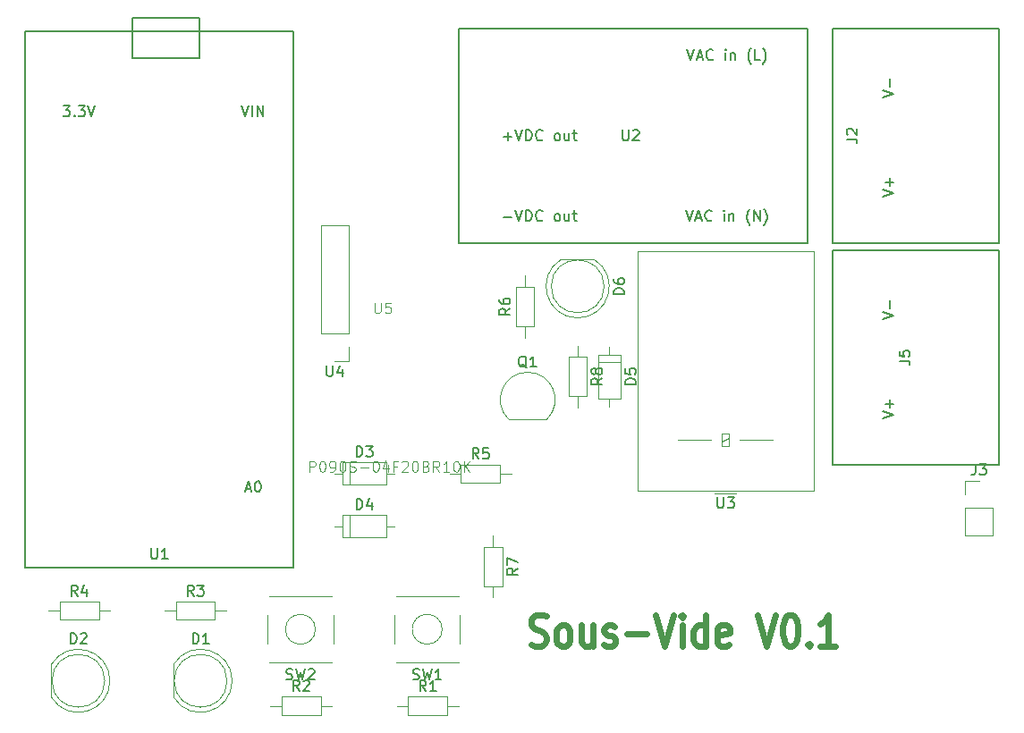
<source format=gto>
G04 #@! TF.FileFunction,Legend,Top*
%FSLAX46Y46*%
G04 Gerber Fmt 4.6, Leading zero omitted, Abs format (unit mm)*
G04 Created by KiCad (PCBNEW 4.0.7-e2-6376~58~ubuntu16.04.1) date Fri Dec 29 23:07:09 2017*
%MOMM*%
%LPD*%
G01*
G04 APERTURE LIST*
%ADD10C,0.100000*%
%ADD11C,0.625000*%
%ADD12C,0.120000*%
%ADD13C,0.150000*%
%ADD14C,0.050000*%
G04 APERTURE END LIST*
D10*
D11*
X155595238Y-96214286D02*
X155952381Y-96357143D01*
X156547619Y-96357143D01*
X156785715Y-96214286D01*
X156904762Y-96071429D01*
X157023810Y-95785714D01*
X157023810Y-95500000D01*
X156904762Y-95214286D01*
X156785715Y-95071429D01*
X156547619Y-94928571D01*
X156071429Y-94785714D01*
X155833334Y-94642857D01*
X155714286Y-94500000D01*
X155595238Y-94214286D01*
X155595238Y-93928571D01*
X155714286Y-93642857D01*
X155833334Y-93500000D01*
X156071429Y-93357143D01*
X156666667Y-93357143D01*
X157023810Y-93500000D01*
X158452381Y-96357143D02*
X158214286Y-96214286D01*
X158095238Y-96071429D01*
X157976190Y-95785714D01*
X157976190Y-94928571D01*
X158095238Y-94642857D01*
X158214286Y-94500000D01*
X158452381Y-94357143D01*
X158809524Y-94357143D01*
X159047619Y-94500000D01*
X159166667Y-94642857D01*
X159285714Y-94928571D01*
X159285714Y-95785714D01*
X159166667Y-96071429D01*
X159047619Y-96214286D01*
X158809524Y-96357143D01*
X158452381Y-96357143D01*
X161428572Y-94357143D02*
X161428572Y-96357143D01*
X160357143Y-94357143D02*
X160357143Y-95928571D01*
X160476191Y-96214286D01*
X160714286Y-96357143D01*
X161071429Y-96357143D01*
X161309524Y-96214286D01*
X161428572Y-96071429D01*
X162500000Y-96214286D02*
X162738096Y-96357143D01*
X163214286Y-96357143D01*
X163452381Y-96214286D01*
X163571429Y-95928571D01*
X163571429Y-95785714D01*
X163452381Y-95500000D01*
X163214286Y-95357143D01*
X162857143Y-95357143D01*
X162619048Y-95214286D01*
X162500000Y-94928571D01*
X162500000Y-94785714D01*
X162619048Y-94500000D01*
X162857143Y-94357143D01*
X163214286Y-94357143D01*
X163452381Y-94500000D01*
X164642858Y-95214286D02*
X166547620Y-95214286D01*
X167380953Y-93357143D02*
X168214287Y-96357143D01*
X169047620Y-93357143D01*
X169880953Y-96357143D02*
X169880953Y-94357143D01*
X169880953Y-93357143D02*
X169761905Y-93500000D01*
X169880953Y-93642857D01*
X170000001Y-93500000D01*
X169880953Y-93357143D01*
X169880953Y-93642857D01*
X172142858Y-96357143D02*
X172142858Y-93357143D01*
X172142858Y-96214286D02*
X171904762Y-96357143D01*
X171428572Y-96357143D01*
X171190477Y-96214286D01*
X171071429Y-96071429D01*
X170952381Y-95785714D01*
X170952381Y-94928571D01*
X171071429Y-94642857D01*
X171190477Y-94500000D01*
X171428572Y-94357143D01*
X171904762Y-94357143D01*
X172142858Y-94500000D01*
X174285715Y-96214286D02*
X174047620Y-96357143D01*
X173571429Y-96357143D01*
X173333334Y-96214286D01*
X173214286Y-95928571D01*
X173214286Y-94785714D01*
X173333334Y-94500000D01*
X173571429Y-94357143D01*
X174047620Y-94357143D01*
X174285715Y-94500000D01*
X174404763Y-94785714D01*
X174404763Y-95071429D01*
X173214286Y-95357143D01*
X177023810Y-93357143D02*
X177857144Y-96357143D01*
X178690477Y-93357143D01*
X180000001Y-93357143D02*
X180238096Y-93357143D01*
X180476191Y-93500000D01*
X180595239Y-93642857D01*
X180714286Y-93928571D01*
X180833334Y-94500000D01*
X180833334Y-95214286D01*
X180714286Y-95785714D01*
X180595239Y-96071429D01*
X180476191Y-96214286D01*
X180238096Y-96357143D01*
X180000001Y-96357143D01*
X179761905Y-96214286D01*
X179642858Y-96071429D01*
X179523810Y-95785714D01*
X179404762Y-95214286D01*
X179404762Y-94500000D01*
X179523810Y-93928571D01*
X179642858Y-93642857D01*
X179761905Y-93500000D01*
X180000001Y-93357143D01*
X181904762Y-96071429D02*
X182023810Y-96214286D01*
X181904762Y-96357143D01*
X181785714Y-96214286D01*
X181904762Y-96071429D01*
X181904762Y-96357143D01*
X184404762Y-96357143D02*
X182976190Y-96357143D01*
X183690476Y-96357143D02*
X183690476Y-93357143D01*
X183452381Y-93785714D01*
X183214286Y-94071429D01*
X182976190Y-94214286D01*
D12*
X165650000Y-58950000D02*
X165650000Y-81650000D01*
X165650000Y-81650000D02*
X182350000Y-81650000D01*
X182350000Y-81650000D02*
X182350000Y-58950000D01*
X182350000Y-58950000D02*
X165650000Y-58950000D01*
X174350000Y-76600000D02*
X173650000Y-77000000D01*
X173650000Y-76200000D02*
X173650000Y-77400000D01*
X173650000Y-77400000D02*
X174350000Y-77400000D01*
X174350000Y-77400000D02*
X174350000Y-76200000D01*
X174350000Y-76200000D02*
X173650000Y-76200000D01*
X175000000Y-81910000D02*
X173000000Y-81910000D01*
X178500000Y-76800000D02*
X175350000Y-76800000D01*
X172650000Y-76800000D02*
X169500000Y-76800000D01*
D13*
X124206000Y-36830000D02*
X117856000Y-36830000D01*
X117856000Y-36830000D02*
X117856000Y-40640000D01*
X117856000Y-40640000D02*
X124206000Y-40640000D01*
X124206000Y-40640000D02*
X124206000Y-38100000D01*
X124206000Y-38100000D02*
X124206000Y-36830000D01*
X133096000Y-88900000D02*
X133096000Y-38100000D01*
X133096000Y-38100000D02*
X107696000Y-38100000D01*
X107696000Y-38100000D02*
X107696000Y-88900000D01*
X107696000Y-88900000D02*
X133096000Y-88900000D01*
D12*
X127290000Y-99630462D02*
G75*
G03X121740000Y-98085170I-2990000J462D01*
G01*
X127290000Y-99629538D02*
G75*
G02X121740000Y-101174830I-2990000J-462D01*
G01*
X126800000Y-99630000D02*
G75*
G03X126800000Y-99630000I-2500000J0D01*
G01*
X121740000Y-98085000D02*
X121740000Y-101175000D01*
X115720000Y-99630462D02*
G75*
G03X110170000Y-98085170I-2990000J462D01*
G01*
X115720000Y-99629538D02*
G75*
G02X110170000Y-101174830I-2990000J-462D01*
G01*
X115230000Y-99630000D02*
G75*
G03X115230000Y-99630000I-2500000J0D01*
G01*
X110170000Y-98085000D02*
X110170000Y-101175000D01*
X137750000Y-78940000D02*
X137750000Y-81060000D01*
X137750000Y-81060000D02*
X141870000Y-81060000D01*
X141870000Y-81060000D02*
X141870000Y-78940000D01*
X141870000Y-78940000D02*
X137750000Y-78940000D01*
X136980000Y-80000000D02*
X137750000Y-80000000D01*
X142640000Y-80000000D02*
X141870000Y-80000000D01*
X138410000Y-78940000D02*
X138410000Y-81060000D01*
X137750000Y-83940000D02*
X137750000Y-86060000D01*
X137750000Y-86060000D02*
X141870000Y-86060000D01*
X141870000Y-86060000D02*
X141870000Y-83940000D01*
X141870000Y-83940000D02*
X137750000Y-83940000D01*
X136980000Y-85000000D02*
X137750000Y-85000000D01*
X142640000Y-85000000D02*
X141870000Y-85000000D01*
X138410000Y-83940000D02*
X138410000Y-86060000D01*
X164060000Y-68750000D02*
X161940000Y-68750000D01*
X161940000Y-68750000D02*
X161940000Y-72870000D01*
X161940000Y-72870000D02*
X164060000Y-72870000D01*
X164060000Y-72870000D02*
X164060000Y-68750000D01*
X163000000Y-67980000D02*
X163000000Y-68750000D01*
X163000000Y-73640000D02*
X163000000Y-72870000D01*
X164060000Y-69410000D02*
X161940000Y-69410000D01*
X159999538Y-65260000D02*
G75*
G03X161544830Y-59710000I462J2990000D01*
G01*
X160000462Y-65260000D02*
G75*
G02X158455170Y-59710000I-462J2990000D01*
G01*
X162500000Y-62270000D02*
G75*
G03X162500000Y-62270000I-2500000J0D01*
G01*
X161545000Y-59710000D02*
X158455000Y-59710000D01*
D13*
X184126000Y-39364000D02*
X184126000Y-37840000D01*
X184126000Y-37840000D02*
X199874000Y-37840000D01*
X199874000Y-37840000D02*
X199874000Y-39364000D01*
X199874000Y-39364000D02*
X199874000Y-58160000D01*
X199874000Y-58160000D02*
X184126000Y-58160000D01*
X184126000Y-58160000D02*
X184126000Y-39364000D01*
X184126000Y-60364000D02*
X184126000Y-58840000D01*
X184126000Y-58840000D02*
X199874000Y-58840000D01*
X199874000Y-58840000D02*
X199874000Y-60364000D01*
X199874000Y-60364000D02*
X199874000Y-79160000D01*
X199874000Y-79160000D02*
X184126000Y-79160000D01*
X184126000Y-79160000D02*
X184126000Y-60364000D01*
D12*
X153470000Y-74850000D02*
X157070000Y-74850000D01*
X153431522Y-74838478D02*
G75*
G02X155270000Y-70400000I1838478J1838478D01*
G01*
X157108478Y-74838478D02*
G75*
G03X155270000Y-70400000I-1838478J1838478D01*
G01*
X143950000Y-101140000D02*
X143950000Y-102860000D01*
X143950000Y-102860000D02*
X147670000Y-102860000D01*
X147670000Y-102860000D02*
X147670000Y-101140000D01*
X147670000Y-101140000D02*
X143950000Y-101140000D01*
X142880000Y-102000000D02*
X143950000Y-102000000D01*
X148740000Y-102000000D02*
X147670000Y-102000000D01*
X131950000Y-101140000D02*
X131950000Y-102860000D01*
X131950000Y-102860000D02*
X135670000Y-102860000D01*
X135670000Y-102860000D02*
X135670000Y-101140000D01*
X135670000Y-101140000D02*
X131950000Y-101140000D01*
X130880000Y-102000000D02*
X131950000Y-102000000D01*
X136740000Y-102000000D02*
X135670000Y-102000000D01*
X121950000Y-92140000D02*
X121950000Y-93860000D01*
X121950000Y-93860000D02*
X125670000Y-93860000D01*
X125670000Y-93860000D02*
X125670000Y-92140000D01*
X125670000Y-92140000D02*
X121950000Y-92140000D01*
X120880000Y-93000000D02*
X121950000Y-93000000D01*
X126740000Y-93000000D02*
X125670000Y-93000000D01*
X110950000Y-92140000D02*
X110950000Y-93860000D01*
X110950000Y-93860000D02*
X114670000Y-93860000D01*
X114670000Y-93860000D02*
X114670000Y-92140000D01*
X114670000Y-92140000D02*
X110950000Y-92140000D01*
X109880000Y-93000000D02*
X110950000Y-93000000D01*
X115740000Y-93000000D02*
X114670000Y-93000000D01*
X148950000Y-79140000D02*
X148950000Y-80860000D01*
X148950000Y-80860000D02*
X152670000Y-80860000D01*
X152670000Y-80860000D02*
X152670000Y-79140000D01*
X152670000Y-79140000D02*
X148950000Y-79140000D01*
X147880000Y-80000000D02*
X148950000Y-80000000D01*
X153740000Y-80000000D02*
X152670000Y-80000000D01*
X154140000Y-66050000D02*
X155860000Y-66050000D01*
X155860000Y-66050000D02*
X155860000Y-62330000D01*
X155860000Y-62330000D02*
X154140000Y-62330000D01*
X154140000Y-62330000D02*
X154140000Y-66050000D01*
X155000000Y-67120000D02*
X155000000Y-66050000D01*
X155000000Y-61260000D02*
X155000000Y-62330000D01*
X152860000Y-86950000D02*
X151140000Y-86950000D01*
X151140000Y-86950000D02*
X151140000Y-90670000D01*
X151140000Y-90670000D02*
X152860000Y-90670000D01*
X152860000Y-90670000D02*
X152860000Y-86950000D01*
X152000000Y-85880000D02*
X152000000Y-86950000D01*
X152000000Y-91740000D02*
X152000000Y-90670000D01*
X160860000Y-68950000D02*
X159140000Y-68950000D01*
X159140000Y-68950000D02*
X159140000Y-72670000D01*
X159140000Y-72670000D02*
X160860000Y-72670000D01*
X160860000Y-72670000D02*
X160860000Y-68950000D01*
X160000000Y-67880000D02*
X160000000Y-68950000D01*
X160000000Y-73740000D02*
X160000000Y-72670000D01*
X147164214Y-94750000D02*
G75*
G03X147164214Y-94750000I-1414214J0D01*
G01*
X148720000Y-91630000D02*
X142780000Y-91630000D01*
X148720000Y-97870000D02*
X142780000Y-97870000D01*
X148870000Y-93410000D02*
X148870000Y-96090000D01*
X142630000Y-96090000D02*
X142630000Y-93410000D01*
X135164214Y-94750000D02*
G75*
G03X135164214Y-94750000I-1414214J0D01*
G01*
X136720000Y-91630000D02*
X130780000Y-91630000D01*
X136720000Y-97870000D02*
X130780000Y-97870000D01*
X136870000Y-93410000D02*
X136870000Y-96090000D01*
X130630000Y-96090000D02*
X130630000Y-93410000D01*
D13*
X151300000Y-58160000D02*
X148760000Y-58160000D01*
X148760000Y-58160000D02*
X148760000Y-37840000D01*
X148760000Y-37840000D02*
X151300000Y-37840000D01*
X179240000Y-37840000D02*
X181780000Y-37840000D01*
X181780000Y-37840000D02*
X181780000Y-58160000D01*
X181780000Y-58160000D02*
X179240000Y-58160000D01*
X151300000Y-58160000D02*
X179240000Y-58160000D01*
X179240000Y-37840000D02*
X151300000Y-37840000D01*
D12*
X196670000Y-85870000D02*
X199330000Y-85870000D01*
X196670000Y-83270000D02*
X196670000Y-85870000D01*
X199330000Y-83270000D02*
X199330000Y-85870000D01*
X196670000Y-83270000D02*
X199330000Y-83270000D01*
X196670000Y-82000000D02*
X196670000Y-80670000D01*
X196670000Y-80670000D02*
X198000000Y-80670000D01*
X138330000Y-56510000D02*
X135670000Y-56510000D01*
X138330000Y-66730000D02*
X138330000Y-56510000D01*
X135670000Y-66730000D02*
X135670000Y-56510000D01*
X138330000Y-66730000D02*
X135670000Y-66730000D01*
X138330000Y-68000000D02*
X138330000Y-69330000D01*
X138330000Y-69330000D02*
X137000000Y-69330000D01*
D14*
X140771573Y-63810906D02*
X140771573Y-64621442D01*
X140819251Y-64716799D01*
X140866930Y-64764478D01*
X140962287Y-64812156D01*
X141153001Y-64812156D01*
X141248359Y-64764478D01*
X141296037Y-64716799D01*
X141343716Y-64621442D01*
X141343716Y-63810906D01*
X142297288Y-63810906D02*
X141820502Y-63810906D01*
X141772823Y-64287692D01*
X141820502Y-64240014D01*
X141915859Y-64192335D01*
X142154252Y-64192335D01*
X142249609Y-64240014D01*
X142297288Y-64287692D01*
X142344966Y-64383049D01*
X142344966Y-64621442D01*
X142297288Y-64716799D01*
X142249609Y-64764478D01*
X142154252Y-64812156D01*
X141915859Y-64812156D01*
X141820502Y-64764478D01*
X141772823Y-64716799D01*
X134594120Y-79826356D02*
X134594120Y-78825526D01*
X134975388Y-78825526D01*
X135070706Y-78873185D01*
X135118364Y-78920844D01*
X135166023Y-79016161D01*
X135166023Y-79159136D01*
X135118364Y-79254454D01*
X135070706Y-79302112D01*
X134975388Y-79349771D01*
X134594120Y-79349771D01*
X135785584Y-78825526D02*
X135880901Y-78825526D01*
X135976218Y-78873185D01*
X136023877Y-78920844D01*
X136071536Y-79016161D01*
X136119194Y-79206795D01*
X136119194Y-79445088D01*
X136071536Y-79635722D01*
X136023877Y-79731039D01*
X135976218Y-79778698D01*
X135880901Y-79826356D01*
X135785584Y-79826356D01*
X135690267Y-79778698D01*
X135642608Y-79731039D01*
X135594950Y-79635722D01*
X135547291Y-79445088D01*
X135547291Y-79206795D01*
X135594950Y-79016161D01*
X135642608Y-78920844D01*
X135690267Y-78873185D01*
X135785584Y-78825526D01*
X136595779Y-79826356D02*
X136786414Y-79826356D01*
X136881731Y-79778698D01*
X136929389Y-79731039D01*
X137024707Y-79588064D01*
X137072365Y-79397429D01*
X137072365Y-79016161D01*
X137024707Y-78920844D01*
X136977048Y-78873185D01*
X136881731Y-78825526D01*
X136691097Y-78825526D01*
X136595779Y-78873185D01*
X136548121Y-78920844D01*
X136500462Y-79016161D01*
X136500462Y-79254454D01*
X136548121Y-79349771D01*
X136595779Y-79397429D01*
X136691097Y-79445088D01*
X136881731Y-79445088D01*
X136977048Y-79397429D01*
X137024707Y-79349771D01*
X137072365Y-79254454D01*
X137691926Y-78825526D02*
X137787243Y-78825526D01*
X137882560Y-78873185D01*
X137930219Y-78920844D01*
X137977878Y-79016161D01*
X138025536Y-79206795D01*
X138025536Y-79445088D01*
X137977878Y-79635722D01*
X137930219Y-79731039D01*
X137882560Y-79778698D01*
X137787243Y-79826356D01*
X137691926Y-79826356D01*
X137596609Y-79778698D01*
X137548950Y-79731039D01*
X137501292Y-79635722D01*
X137453633Y-79445088D01*
X137453633Y-79206795D01*
X137501292Y-79016161D01*
X137548950Y-78920844D01*
X137596609Y-78873185D01*
X137691926Y-78825526D01*
X138406804Y-79778698D02*
X138549780Y-79826356D01*
X138788073Y-79826356D01*
X138883390Y-79778698D01*
X138931049Y-79731039D01*
X138978707Y-79635722D01*
X138978707Y-79540405D01*
X138931049Y-79445088D01*
X138883390Y-79397429D01*
X138788073Y-79349771D01*
X138597439Y-79302112D01*
X138502121Y-79254454D01*
X138454463Y-79206795D01*
X138406804Y-79111478D01*
X138406804Y-79016161D01*
X138454463Y-78920844D01*
X138502121Y-78873185D01*
X138597439Y-78825526D01*
X138835731Y-78825526D01*
X138978707Y-78873185D01*
X139407634Y-79445088D02*
X140170171Y-79445088D01*
X140837391Y-78825526D02*
X140932708Y-78825526D01*
X141028025Y-78873185D01*
X141075684Y-78920844D01*
X141123343Y-79016161D01*
X141171001Y-79206795D01*
X141171001Y-79445088D01*
X141123343Y-79635722D01*
X141075684Y-79731039D01*
X141028025Y-79778698D01*
X140932708Y-79826356D01*
X140837391Y-79826356D01*
X140742074Y-79778698D01*
X140694415Y-79731039D01*
X140646757Y-79635722D01*
X140599098Y-79445088D01*
X140599098Y-79206795D01*
X140646757Y-79016161D01*
X140694415Y-78920844D01*
X140742074Y-78873185D01*
X140837391Y-78825526D01*
X142028855Y-79159136D02*
X142028855Y-79826356D01*
X141790562Y-78777868D02*
X141552269Y-79492746D01*
X142171831Y-79492746D01*
X142886709Y-79302112D02*
X142553099Y-79302112D01*
X142553099Y-79826356D02*
X142553099Y-78825526D01*
X143029685Y-78825526D01*
X143363294Y-78920844D02*
X143410953Y-78873185D01*
X143506270Y-78825526D01*
X143744563Y-78825526D01*
X143839880Y-78873185D01*
X143887539Y-78920844D01*
X143935197Y-79016161D01*
X143935197Y-79111478D01*
X143887539Y-79254454D01*
X143315636Y-79826356D01*
X143935197Y-79826356D01*
X144554758Y-78825526D02*
X144650075Y-78825526D01*
X144745392Y-78873185D01*
X144793051Y-78920844D01*
X144840710Y-79016161D01*
X144888368Y-79206795D01*
X144888368Y-79445088D01*
X144840710Y-79635722D01*
X144793051Y-79731039D01*
X144745392Y-79778698D01*
X144650075Y-79826356D01*
X144554758Y-79826356D01*
X144459441Y-79778698D01*
X144411782Y-79731039D01*
X144364124Y-79635722D01*
X144316465Y-79445088D01*
X144316465Y-79206795D01*
X144364124Y-79016161D01*
X144411782Y-78920844D01*
X144459441Y-78873185D01*
X144554758Y-78825526D01*
X145650905Y-79302112D02*
X145793881Y-79349771D01*
X145841539Y-79397429D01*
X145889198Y-79492746D01*
X145889198Y-79635722D01*
X145841539Y-79731039D01*
X145793881Y-79778698D01*
X145698563Y-79826356D01*
X145317295Y-79826356D01*
X145317295Y-78825526D01*
X145650905Y-78825526D01*
X145746222Y-78873185D01*
X145793881Y-78920844D01*
X145841539Y-79016161D01*
X145841539Y-79111478D01*
X145793881Y-79206795D01*
X145746222Y-79254454D01*
X145650905Y-79302112D01*
X145317295Y-79302112D01*
X146890028Y-79826356D02*
X146556418Y-79349771D01*
X146318125Y-79826356D02*
X146318125Y-78825526D01*
X146699393Y-78825526D01*
X146794711Y-78873185D01*
X146842369Y-78920844D01*
X146890028Y-79016161D01*
X146890028Y-79159136D01*
X146842369Y-79254454D01*
X146794711Y-79302112D01*
X146699393Y-79349771D01*
X146318125Y-79349771D01*
X147843199Y-79826356D02*
X147271296Y-79826356D01*
X147557248Y-79826356D02*
X147557248Y-78825526D01*
X147461931Y-78968502D01*
X147366613Y-79063819D01*
X147271296Y-79111478D01*
X148462760Y-78825526D02*
X148558077Y-78825526D01*
X148653394Y-78873185D01*
X148701053Y-78920844D01*
X148748712Y-79016161D01*
X148796370Y-79206795D01*
X148796370Y-79445088D01*
X148748712Y-79635722D01*
X148701053Y-79731039D01*
X148653394Y-79778698D01*
X148558077Y-79826356D01*
X148462760Y-79826356D01*
X148367443Y-79778698D01*
X148319784Y-79731039D01*
X148272126Y-79635722D01*
X148224467Y-79445088D01*
X148224467Y-79206795D01*
X148272126Y-79016161D01*
X148319784Y-78920844D01*
X148367443Y-78873185D01*
X148462760Y-78825526D01*
X149225297Y-79826356D02*
X149225297Y-78825526D01*
X149797200Y-79826356D02*
X149368273Y-79254454D01*
X149797200Y-78825526D02*
X149225297Y-79397429D01*
D13*
X173238095Y-82252381D02*
X173238095Y-83061905D01*
X173285714Y-83157143D01*
X173333333Y-83204762D01*
X173428571Y-83252381D01*
X173619048Y-83252381D01*
X173714286Y-83204762D01*
X173761905Y-83157143D01*
X173809524Y-83061905D01*
X173809524Y-82252381D01*
X174190476Y-82252381D02*
X174809524Y-82252381D01*
X174476190Y-82633333D01*
X174619048Y-82633333D01*
X174714286Y-82680952D01*
X174761905Y-82728571D01*
X174809524Y-82823810D01*
X174809524Y-83061905D01*
X174761905Y-83157143D01*
X174714286Y-83204762D01*
X174619048Y-83252381D01*
X174333333Y-83252381D01*
X174238095Y-83204762D01*
X174190476Y-83157143D01*
X119634095Y-87082381D02*
X119634095Y-87891905D01*
X119681714Y-87987143D01*
X119729333Y-88034762D01*
X119824571Y-88082381D01*
X120015048Y-88082381D01*
X120110286Y-88034762D01*
X120157905Y-87987143D01*
X120205524Y-87891905D01*
X120205524Y-87082381D01*
X121205524Y-88082381D02*
X120634095Y-88082381D01*
X120919809Y-88082381D02*
X120919809Y-87082381D01*
X120824571Y-87225238D01*
X120729333Y-87320476D01*
X120634095Y-87368095D01*
X111299810Y-45172381D02*
X111918858Y-45172381D01*
X111585524Y-45553333D01*
X111728382Y-45553333D01*
X111823620Y-45600952D01*
X111871239Y-45648571D01*
X111918858Y-45743810D01*
X111918858Y-45981905D01*
X111871239Y-46077143D01*
X111823620Y-46124762D01*
X111728382Y-46172381D01*
X111442667Y-46172381D01*
X111347429Y-46124762D01*
X111299810Y-46077143D01*
X112347429Y-46077143D02*
X112395048Y-46124762D01*
X112347429Y-46172381D01*
X112299810Y-46124762D01*
X112347429Y-46077143D01*
X112347429Y-46172381D01*
X112728381Y-45172381D02*
X113347429Y-45172381D01*
X113014095Y-45553333D01*
X113156953Y-45553333D01*
X113252191Y-45600952D01*
X113299810Y-45648571D01*
X113347429Y-45743810D01*
X113347429Y-45981905D01*
X113299810Y-46077143D01*
X113252191Y-46124762D01*
X113156953Y-46172381D01*
X112871238Y-46172381D01*
X112776000Y-46124762D01*
X112728381Y-46077143D01*
X113633143Y-45172381D02*
X113966476Y-46172381D01*
X114299810Y-45172381D01*
X128190762Y-45172381D02*
X128524095Y-46172381D01*
X128857429Y-45172381D01*
X129190762Y-46172381D02*
X129190762Y-45172381D01*
X129666952Y-46172381D02*
X129666952Y-45172381D01*
X130238381Y-46172381D01*
X130238381Y-45172381D01*
X128571714Y-81446667D02*
X129047905Y-81446667D01*
X128476476Y-81732381D02*
X128809809Y-80732381D01*
X129143143Y-81732381D01*
X129666952Y-80732381D02*
X129762191Y-80732381D01*
X129857429Y-80780000D01*
X129905048Y-80827619D01*
X129952667Y-80922857D01*
X130000286Y-81113333D01*
X130000286Y-81351429D01*
X129952667Y-81541905D01*
X129905048Y-81637143D01*
X129857429Y-81684762D01*
X129762191Y-81732381D01*
X129666952Y-81732381D01*
X129571714Y-81684762D01*
X129524095Y-81637143D01*
X129476476Y-81541905D01*
X129428857Y-81351429D01*
X129428857Y-81113333D01*
X129476476Y-80922857D01*
X129524095Y-80827619D01*
X129571714Y-80780000D01*
X129666952Y-80732381D01*
X123561905Y-96122381D02*
X123561905Y-95122381D01*
X123800000Y-95122381D01*
X123942858Y-95170000D01*
X124038096Y-95265238D01*
X124085715Y-95360476D01*
X124133334Y-95550952D01*
X124133334Y-95693810D01*
X124085715Y-95884286D01*
X124038096Y-95979524D01*
X123942858Y-96074762D01*
X123800000Y-96122381D01*
X123561905Y-96122381D01*
X125085715Y-96122381D02*
X124514286Y-96122381D01*
X124800000Y-96122381D02*
X124800000Y-95122381D01*
X124704762Y-95265238D01*
X124609524Y-95360476D01*
X124514286Y-95408095D01*
X111991905Y-96122381D02*
X111991905Y-95122381D01*
X112230000Y-95122381D01*
X112372858Y-95170000D01*
X112468096Y-95265238D01*
X112515715Y-95360476D01*
X112563334Y-95550952D01*
X112563334Y-95693810D01*
X112515715Y-95884286D01*
X112468096Y-95979524D01*
X112372858Y-96074762D01*
X112230000Y-96122381D01*
X111991905Y-96122381D01*
X112944286Y-95217619D02*
X112991905Y-95170000D01*
X113087143Y-95122381D01*
X113325239Y-95122381D01*
X113420477Y-95170000D01*
X113468096Y-95217619D01*
X113515715Y-95312857D01*
X113515715Y-95408095D01*
X113468096Y-95550952D01*
X112896667Y-96122381D01*
X113515715Y-96122381D01*
X139071905Y-78392381D02*
X139071905Y-77392381D01*
X139310000Y-77392381D01*
X139452858Y-77440000D01*
X139548096Y-77535238D01*
X139595715Y-77630476D01*
X139643334Y-77820952D01*
X139643334Y-77963810D01*
X139595715Y-78154286D01*
X139548096Y-78249524D01*
X139452858Y-78344762D01*
X139310000Y-78392381D01*
X139071905Y-78392381D01*
X139976667Y-77392381D02*
X140595715Y-77392381D01*
X140262381Y-77773333D01*
X140405239Y-77773333D01*
X140500477Y-77820952D01*
X140548096Y-77868571D01*
X140595715Y-77963810D01*
X140595715Y-78201905D01*
X140548096Y-78297143D01*
X140500477Y-78344762D01*
X140405239Y-78392381D01*
X140119524Y-78392381D01*
X140024286Y-78344762D01*
X139976667Y-78297143D01*
X139071905Y-83392381D02*
X139071905Y-82392381D01*
X139310000Y-82392381D01*
X139452858Y-82440000D01*
X139548096Y-82535238D01*
X139595715Y-82630476D01*
X139643334Y-82820952D01*
X139643334Y-82963810D01*
X139595715Y-83154286D01*
X139548096Y-83249524D01*
X139452858Y-83344762D01*
X139310000Y-83392381D01*
X139071905Y-83392381D01*
X140500477Y-82725714D02*
X140500477Y-83392381D01*
X140262381Y-82344762D02*
X140024286Y-83059048D01*
X140643334Y-83059048D01*
X165512381Y-71548095D02*
X164512381Y-71548095D01*
X164512381Y-71310000D01*
X164560000Y-71167142D01*
X164655238Y-71071904D01*
X164750476Y-71024285D01*
X164940952Y-70976666D01*
X165083810Y-70976666D01*
X165274286Y-71024285D01*
X165369524Y-71071904D01*
X165464762Y-71167142D01*
X165512381Y-71310000D01*
X165512381Y-71548095D01*
X164512381Y-70071904D02*
X164512381Y-70548095D01*
X164988571Y-70595714D01*
X164940952Y-70548095D01*
X164893333Y-70452857D01*
X164893333Y-70214761D01*
X164940952Y-70119523D01*
X164988571Y-70071904D01*
X165083810Y-70024285D01*
X165321905Y-70024285D01*
X165417143Y-70071904D01*
X165464762Y-70119523D01*
X165512381Y-70214761D01*
X165512381Y-70452857D01*
X165464762Y-70548095D01*
X165417143Y-70595714D01*
X164412381Y-63008095D02*
X163412381Y-63008095D01*
X163412381Y-62770000D01*
X163460000Y-62627142D01*
X163555238Y-62531904D01*
X163650476Y-62484285D01*
X163840952Y-62436666D01*
X163983810Y-62436666D01*
X164174286Y-62484285D01*
X164269524Y-62531904D01*
X164364762Y-62627142D01*
X164412381Y-62770000D01*
X164412381Y-63008095D01*
X163412381Y-61579523D02*
X163412381Y-61770000D01*
X163460000Y-61865238D01*
X163507619Y-61912857D01*
X163650476Y-62008095D01*
X163840952Y-62055714D01*
X164221905Y-62055714D01*
X164317143Y-62008095D01*
X164364762Y-61960476D01*
X164412381Y-61865238D01*
X164412381Y-61674761D01*
X164364762Y-61579523D01*
X164317143Y-61531904D01*
X164221905Y-61484285D01*
X163983810Y-61484285D01*
X163888571Y-61531904D01*
X163840952Y-61579523D01*
X163793333Y-61674761D01*
X163793333Y-61865238D01*
X163840952Y-61960476D01*
X163888571Y-62008095D01*
X163983810Y-62055714D01*
X185452381Y-48333333D02*
X186166667Y-48333333D01*
X186309524Y-48380953D01*
X186404762Y-48476191D01*
X186452381Y-48619048D01*
X186452381Y-48714286D01*
X185547619Y-47904762D02*
X185500000Y-47857143D01*
X185452381Y-47761905D01*
X185452381Y-47523809D01*
X185500000Y-47428571D01*
X185547619Y-47380952D01*
X185642857Y-47333333D01*
X185738095Y-47333333D01*
X185880952Y-47380952D01*
X186452381Y-47952381D01*
X186452381Y-47333333D01*
X188912381Y-44380381D02*
X189912381Y-44047048D01*
X188912381Y-43713714D01*
X189531429Y-43380381D02*
X189531429Y-42618476D01*
X188912381Y-53778381D02*
X189912381Y-53445048D01*
X188912381Y-53111714D01*
X189531429Y-52778381D02*
X189531429Y-52016476D01*
X189912381Y-52397428D02*
X189150476Y-52397428D01*
X190452381Y-69333333D02*
X191166667Y-69333333D01*
X191309524Y-69380953D01*
X191404762Y-69476191D01*
X191452381Y-69619048D01*
X191452381Y-69714286D01*
X190452381Y-68380952D02*
X190452381Y-68857143D01*
X190928571Y-68904762D01*
X190880952Y-68857143D01*
X190833333Y-68761905D01*
X190833333Y-68523809D01*
X190880952Y-68428571D01*
X190928571Y-68380952D01*
X191023810Y-68333333D01*
X191261905Y-68333333D01*
X191357143Y-68380952D01*
X191404762Y-68428571D01*
X191452381Y-68523809D01*
X191452381Y-68761905D01*
X191404762Y-68857143D01*
X191357143Y-68904762D01*
X188912381Y-65380381D02*
X189912381Y-65047048D01*
X188912381Y-64713714D01*
X189531429Y-64380381D02*
X189531429Y-63618476D01*
X188912381Y-74778381D02*
X189912381Y-74445048D01*
X188912381Y-74111714D01*
X189531429Y-73778381D02*
X189531429Y-73016476D01*
X189912381Y-73397428D02*
X189150476Y-73397428D01*
X155174762Y-69987619D02*
X155079524Y-69940000D01*
X154984286Y-69844762D01*
X154841429Y-69701905D01*
X154746190Y-69654286D01*
X154650952Y-69654286D01*
X154698571Y-69892381D02*
X154603333Y-69844762D01*
X154508095Y-69749524D01*
X154460476Y-69559048D01*
X154460476Y-69225714D01*
X154508095Y-69035238D01*
X154603333Y-68940000D01*
X154698571Y-68892381D01*
X154889048Y-68892381D01*
X154984286Y-68940000D01*
X155079524Y-69035238D01*
X155127143Y-69225714D01*
X155127143Y-69559048D01*
X155079524Y-69749524D01*
X154984286Y-69844762D01*
X154889048Y-69892381D01*
X154698571Y-69892381D01*
X156079524Y-69892381D02*
X155508095Y-69892381D01*
X155793809Y-69892381D02*
X155793809Y-68892381D01*
X155698571Y-69035238D01*
X155603333Y-69130476D01*
X155508095Y-69178095D01*
X145643334Y-100592381D02*
X145310000Y-100116190D01*
X145071905Y-100592381D02*
X145071905Y-99592381D01*
X145452858Y-99592381D01*
X145548096Y-99640000D01*
X145595715Y-99687619D01*
X145643334Y-99782857D01*
X145643334Y-99925714D01*
X145595715Y-100020952D01*
X145548096Y-100068571D01*
X145452858Y-100116190D01*
X145071905Y-100116190D01*
X146595715Y-100592381D02*
X146024286Y-100592381D01*
X146310000Y-100592381D02*
X146310000Y-99592381D01*
X146214762Y-99735238D01*
X146119524Y-99830476D01*
X146024286Y-99878095D01*
X133643334Y-100592381D02*
X133310000Y-100116190D01*
X133071905Y-100592381D02*
X133071905Y-99592381D01*
X133452858Y-99592381D01*
X133548096Y-99640000D01*
X133595715Y-99687619D01*
X133643334Y-99782857D01*
X133643334Y-99925714D01*
X133595715Y-100020952D01*
X133548096Y-100068571D01*
X133452858Y-100116190D01*
X133071905Y-100116190D01*
X134024286Y-99687619D02*
X134071905Y-99640000D01*
X134167143Y-99592381D01*
X134405239Y-99592381D01*
X134500477Y-99640000D01*
X134548096Y-99687619D01*
X134595715Y-99782857D01*
X134595715Y-99878095D01*
X134548096Y-100020952D01*
X133976667Y-100592381D01*
X134595715Y-100592381D01*
X123643334Y-91592381D02*
X123310000Y-91116190D01*
X123071905Y-91592381D02*
X123071905Y-90592381D01*
X123452858Y-90592381D01*
X123548096Y-90640000D01*
X123595715Y-90687619D01*
X123643334Y-90782857D01*
X123643334Y-90925714D01*
X123595715Y-91020952D01*
X123548096Y-91068571D01*
X123452858Y-91116190D01*
X123071905Y-91116190D01*
X123976667Y-90592381D02*
X124595715Y-90592381D01*
X124262381Y-90973333D01*
X124405239Y-90973333D01*
X124500477Y-91020952D01*
X124548096Y-91068571D01*
X124595715Y-91163810D01*
X124595715Y-91401905D01*
X124548096Y-91497143D01*
X124500477Y-91544762D01*
X124405239Y-91592381D01*
X124119524Y-91592381D01*
X124024286Y-91544762D01*
X123976667Y-91497143D01*
X112643334Y-91592381D02*
X112310000Y-91116190D01*
X112071905Y-91592381D02*
X112071905Y-90592381D01*
X112452858Y-90592381D01*
X112548096Y-90640000D01*
X112595715Y-90687619D01*
X112643334Y-90782857D01*
X112643334Y-90925714D01*
X112595715Y-91020952D01*
X112548096Y-91068571D01*
X112452858Y-91116190D01*
X112071905Y-91116190D01*
X113500477Y-90925714D02*
X113500477Y-91592381D01*
X113262381Y-90544762D02*
X113024286Y-91259048D01*
X113643334Y-91259048D01*
X150643334Y-78592381D02*
X150310000Y-78116190D01*
X150071905Y-78592381D02*
X150071905Y-77592381D01*
X150452858Y-77592381D01*
X150548096Y-77640000D01*
X150595715Y-77687619D01*
X150643334Y-77782857D01*
X150643334Y-77925714D01*
X150595715Y-78020952D01*
X150548096Y-78068571D01*
X150452858Y-78116190D01*
X150071905Y-78116190D01*
X151548096Y-77592381D02*
X151071905Y-77592381D01*
X151024286Y-78068571D01*
X151071905Y-78020952D01*
X151167143Y-77973333D01*
X151405239Y-77973333D01*
X151500477Y-78020952D01*
X151548096Y-78068571D01*
X151595715Y-78163810D01*
X151595715Y-78401905D01*
X151548096Y-78497143D01*
X151500477Y-78544762D01*
X151405239Y-78592381D01*
X151167143Y-78592381D01*
X151071905Y-78544762D01*
X151024286Y-78497143D01*
X153592381Y-64356666D02*
X153116190Y-64690000D01*
X153592381Y-64928095D02*
X152592381Y-64928095D01*
X152592381Y-64547142D01*
X152640000Y-64451904D01*
X152687619Y-64404285D01*
X152782857Y-64356666D01*
X152925714Y-64356666D01*
X153020952Y-64404285D01*
X153068571Y-64451904D01*
X153116190Y-64547142D01*
X153116190Y-64928095D01*
X152592381Y-63499523D02*
X152592381Y-63690000D01*
X152640000Y-63785238D01*
X152687619Y-63832857D01*
X152830476Y-63928095D01*
X153020952Y-63975714D01*
X153401905Y-63975714D01*
X153497143Y-63928095D01*
X153544762Y-63880476D01*
X153592381Y-63785238D01*
X153592381Y-63594761D01*
X153544762Y-63499523D01*
X153497143Y-63451904D01*
X153401905Y-63404285D01*
X153163810Y-63404285D01*
X153068571Y-63451904D01*
X153020952Y-63499523D01*
X152973333Y-63594761D01*
X152973333Y-63785238D01*
X153020952Y-63880476D01*
X153068571Y-63928095D01*
X153163810Y-63975714D01*
X154312381Y-88976666D02*
X153836190Y-89310000D01*
X154312381Y-89548095D02*
X153312381Y-89548095D01*
X153312381Y-89167142D01*
X153360000Y-89071904D01*
X153407619Y-89024285D01*
X153502857Y-88976666D01*
X153645714Y-88976666D01*
X153740952Y-89024285D01*
X153788571Y-89071904D01*
X153836190Y-89167142D01*
X153836190Y-89548095D01*
X153312381Y-88643333D02*
X153312381Y-87976666D01*
X154312381Y-88405238D01*
X162312381Y-70976666D02*
X161836190Y-71310000D01*
X162312381Y-71548095D02*
X161312381Y-71548095D01*
X161312381Y-71167142D01*
X161360000Y-71071904D01*
X161407619Y-71024285D01*
X161502857Y-70976666D01*
X161645714Y-70976666D01*
X161740952Y-71024285D01*
X161788571Y-71071904D01*
X161836190Y-71167142D01*
X161836190Y-71548095D01*
X161740952Y-70405238D02*
X161693333Y-70500476D01*
X161645714Y-70548095D01*
X161550476Y-70595714D01*
X161502857Y-70595714D01*
X161407619Y-70548095D01*
X161360000Y-70500476D01*
X161312381Y-70405238D01*
X161312381Y-70214761D01*
X161360000Y-70119523D01*
X161407619Y-70071904D01*
X161502857Y-70024285D01*
X161550476Y-70024285D01*
X161645714Y-70071904D01*
X161693333Y-70119523D01*
X161740952Y-70214761D01*
X161740952Y-70405238D01*
X161788571Y-70500476D01*
X161836190Y-70548095D01*
X161931429Y-70595714D01*
X162121905Y-70595714D01*
X162217143Y-70548095D01*
X162264762Y-70500476D01*
X162312381Y-70405238D01*
X162312381Y-70214761D01*
X162264762Y-70119523D01*
X162217143Y-70071904D01*
X162121905Y-70024285D01*
X161931429Y-70024285D01*
X161836190Y-70071904D01*
X161788571Y-70119523D01*
X161740952Y-70214761D01*
X144416667Y-99454762D02*
X144559524Y-99502381D01*
X144797620Y-99502381D01*
X144892858Y-99454762D01*
X144940477Y-99407143D01*
X144988096Y-99311905D01*
X144988096Y-99216667D01*
X144940477Y-99121429D01*
X144892858Y-99073810D01*
X144797620Y-99026190D01*
X144607143Y-98978571D01*
X144511905Y-98930952D01*
X144464286Y-98883333D01*
X144416667Y-98788095D01*
X144416667Y-98692857D01*
X144464286Y-98597619D01*
X144511905Y-98550000D01*
X144607143Y-98502381D01*
X144845239Y-98502381D01*
X144988096Y-98550000D01*
X145321429Y-98502381D02*
X145559524Y-99502381D01*
X145750001Y-98788095D01*
X145940477Y-99502381D01*
X146178572Y-98502381D01*
X147083334Y-99502381D02*
X146511905Y-99502381D01*
X146797619Y-99502381D02*
X146797619Y-98502381D01*
X146702381Y-98645238D01*
X146607143Y-98740476D01*
X146511905Y-98788095D01*
X132416667Y-99454762D02*
X132559524Y-99502381D01*
X132797620Y-99502381D01*
X132892858Y-99454762D01*
X132940477Y-99407143D01*
X132988096Y-99311905D01*
X132988096Y-99216667D01*
X132940477Y-99121429D01*
X132892858Y-99073810D01*
X132797620Y-99026190D01*
X132607143Y-98978571D01*
X132511905Y-98930952D01*
X132464286Y-98883333D01*
X132416667Y-98788095D01*
X132416667Y-98692857D01*
X132464286Y-98597619D01*
X132511905Y-98550000D01*
X132607143Y-98502381D01*
X132845239Y-98502381D01*
X132988096Y-98550000D01*
X133321429Y-98502381D02*
X133559524Y-99502381D01*
X133750001Y-98788095D01*
X133940477Y-99502381D01*
X134178572Y-98502381D01*
X134511905Y-98597619D02*
X134559524Y-98550000D01*
X134654762Y-98502381D01*
X134892858Y-98502381D01*
X134988096Y-98550000D01*
X135035715Y-98597619D01*
X135083334Y-98692857D01*
X135083334Y-98788095D01*
X135035715Y-98930952D01*
X134464286Y-99502381D01*
X135083334Y-99502381D01*
X164238095Y-47452381D02*
X164238095Y-48261905D01*
X164285714Y-48357143D01*
X164333333Y-48404762D01*
X164428571Y-48452381D01*
X164619048Y-48452381D01*
X164714286Y-48404762D01*
X164761905Y-48357143D01*
X164809524Y-48261905D01*
X164809524Y-47452381D01*
X165238095Y-47547619D02*
X165285714Y-47500000D01*
X165380952Y-47452381D01*
X165619048Y-47452381D01*
X165714286Y-47500000D01*
X165761905Y-47547619D01*
X165809524Y-47642857D01*
X165809524Y-47738095D01*
X165761905Y-47880952D01*
X165190476Y-48452381D01*
X165809524Y-48452381D01*
X152999047Y-48071429D02*
X153760952Y-48071429D01*
X153380000Y-48452381D02*
X153380000Y-47690476D01*
X154094285Y-47452381D02*
X154427618Y-48452381D01*
X154760952Y-47452381D01*
X155094285Y-48452381D02*
X155094285Y-47452381D01*
X155332380Y-47452381D01*
X155475238Y-47500000D01*
X155570476Y-47595238D01*
X155618095Y-47690476D01*
X155665714Y-47880952D01*
X155665714Y-48023810D01*
X155618095Y-48214286D01*
X155570476Y-48309524D01*
X155475238Y-48404762D01*
X155332380Y-48452381D01*
X155094285Y-48452381D01*
X156665714Y-48357143D02*
X156618095Y-48404762D01*
X156475238Y-48452381D01*
X156380000Y-48452381D01*
X156237142Y-48404762D01*
X156141904Y-48309524D01*
X156094285Y-48214286D01*
X156046666Y-48023810D01*
X156046666Y-47880952D01*
X156094285Y-47690476D01*
X156141904Y-47595238D01*
X156237142Y-47500000D01*
X156380000Y-47452381D01*
X156475238Y-47452381D01*
X156618095Y-47500000D01*
X156665714Y-47547619D01*
X157999047Y-48452381D02*
X157903809Y-48404762D01*
X157856190Y-48357143D01*
X157808571Y-48261905D01*
X157808571Y-47976190D01*
X157856190Y-47880952D01*
X157903809Y-47833333D01*
X157999047Y-47785714D01*
X158141905Y-47785714D01*
X158237143Y-47833333D01*
X158284762Y-47880952D01*
X158332381Y-47976190D01*
X158332381Y-48261905D01*
X158284762Y-48357143D01*
X158237143Y-48404762D01*
X158141905Y-48452381D01*
X157999047Y-48452381D01*
X159189524Y-47785714D02*
X159189524Y-48452381D01*
X158760952Y-47785714D02*
X158760952Y-48309524D01*
X158808571Y-48404762D01*
X158903809Y-48452381D01*
X159046667Y-48452381D01*
X159141905Y-48404762D01*
X159189524Y-48357143D01*
X159522857Y-47785714D02*
X159903809Y-47785714D01*
X159665714Y-47452381D02*
X159665714Y-48309524D01*
X159713333Y-48404762D01*
X159808571Y-48452381D01*
X159903809Y-48452381D01*
X152999047Y-55691429D02*
X153760952Y-55691429D01*
X154094285Y-55072381D02*
X154427618Y-56072381D01*
X154760952Y-55072381D01*
X155094285Y-56072381D02*
X155094285Y-55072381D01*
X155332380Y-55072381D01*
X155475238Y-55120000D01*
X155570476Y-55215238D01*
X155618095Y-55310476D01*
X155665714Y-55500952D01*
X155665714Y-55643810D01*
X155618095Y-55834286D01*
X155570476Y-55929524D01*
X155475238Y-56024762D01*
X155332380Y-56072381D01*
X155094285Y-56072381D01*
X156665714Y-55977143D02*
X156618095Y-56024762D01*
X156475238Y-56072381D01*
X156380000Y-56072381D01*
X156237142Y-56024762D01*
X156141904Y-55929524D01*
X156094285Y-55834286D01*
X156046666Y-55643810D01*
X156046666Y-55500952D01*
X156094285Y-55310476D01*
X156141904Y-55215238D01*
X156237142Y-55120000D01*
X156380000Y-55072381D01*
X156475238Y-55072381D01*
X156618095Y-55120000D01*
X156665714Y-55167619D01*
X157999047Y-56072381D02*
X157903809Y-56024762D01*
X157856190Y-55977143D01*
X157808571Y-55881905D01*
X157808571Y-55596190D01*
X157856190Y-55500952D01*
X157903809Y-55453333D01*
X157999047Y-55405714D01*
X158141905Y-55405714D01*
X158237143Y-55453333D01*
X158284762Y-55500952D01*
X158332381Y-55596190D01*
X158332381Y-55881905D01*
X158284762Y-55977143D01*
X158237143Y-56024762D01*
X158141905Y-56072381D01*
X157999047Y-56072381D01*
X159189524Y-55405714D02*
X159189524Y-56072381D01*
X158760952Y-55405714D02*
X158760952Y-55929524D01*
X158808571Y-56024762D01*
X158903809Y-56072381D01*
X159046667Y-56072381D01*
X159141905Y-56024762D01*
X159189524Y-55977143D01*
X159522857Y-55405714D02*
X159903809Y-55405714D01*
X159665714Y-55072381D02*
X159665714Y-55929524D01*
X159713333Y-56024762D01*
X159808571Y-56072381D01*
X159903809Y-56072381D01*
X170255238Y-55072381D02*
X170588571Y-56072381D01*
X170921905Y-55072381D01*
X171207619Y-55786667D02*
X171683810Y-55786667D01*
X171112381Y-56072381D02*
X171445714Y-55072381D01*
X171779048Y-56072381D01*
X172683810Y-55977143D02*
X172636191Y-56024762D01*
X172493334Y-56072381D01*
X172398096Y-56072381D01*
X172255238Y-56024762D01*
X172160000Y-55929524D01*
X172112381Y-55834286D01*
X172064762Y-55643810D01*
X172064762Y-55500952D01*
X172112381Y-55310476D01*
X172160000Y-55215238D01*
X172255238Y-55120000D01*
X172398096Y-55072381D01*
X172493334Y-55072381D01*
X172636191Y-55120000D01*
X172683810Y-55167619D01*
X173874286Y-56072381D02*
X173874286Y-55405714D01*
X173874286Y-55072381D02*
X173826667Y-55120000D01*
X173874286Y-55167619D01*
X173921905Y-55120000D01*
X173874286Y-55072381D01*
X173874286Y-55167619D01*
X174350476Y-55405714D02*
X174350476Y-56072381D01*
X174350476Y-55500952D02*
X174398095Y-55453333D01*
X174493333Y-55405714D01*
X174636191Y-55405714D01*
X174731429Y-55453333D01*
X174779048Y-55548571D01*
X174779048Y-56072381D01*
X176302858Y-56453333D02*
X176255238Y-56405714D01*
X176160000Y-56262857D01*
X176112381Y-56167619D01*
X176064762Y-56024762D01*
X176017143Y-55786667D01*
X176017143Y-55596190D01*
X176064762Y-55358095D01*
X176112381Y-55215238D01*
X176160000Y-55120000D01*
X176255238Y-54977143D01*
X176302858Y-54929524D01*
X176683810Y-56072381D02*
X176683810Y-55072381D01*
X177255239Y-56072381D01*
X177255239Y-55072381D01*
X177636191Y-56453333D02*
X177683810Y-56405714D01*
X177779048Y-56262857D01*
X177826667Y-56167619D01*
X177874286Y-56024762D01*
X177921905Y-55786667D01*
X177921905Y-55596190D01*
X177874286Y-55358095D01*
X177826667Y-55215238D01*
X177779048Y-55120000D01*
X177683810Y-54977143D01*
X177636191Y-54929524D01*
X170374285Y-39832381D02*
X170707618Y-40832381D01*
X171040952Y-39832381D01*
X171326666Y-40546667D02*
X171802857Y-40546667D01*
X171231428Y-40832381D02*
X171564761Y-39832381D01*
X171898095Y-40832381D01*
X172802857Y-40737143D02*
X172755238Y-40784762D01*
X172612381Y-40832381D01*
X172517143Y-40832381D01*
X172374285Y-40784762D01*
X172279047Y-40689524D01*
X172231428Y-40594286D01*
X172183809Y-40403810D01*
X172183809Y-40260952D01*
X172231428Y-40070476D01*
X172279047Y-39975238D01*
X172374285Y-39880000D01*
X172517143Y-39832381D01*
X172612381Y-39832381D01*
X172755238Y-39880000D01*
X172802857Y-39927619D01*
X173993333Y-40832381D02*
X173993333Y-40165714D01*
X173993333Y-39832381D02*
X173945714Y-39880000D01*
X173993333Y-39927619D01*
X174040952Y-39880000D01*
X173993333Y-39832381D01*
X173993333Y-39927619D01*
X174469523Y-40165714D02*
X174469523Y-40832381D01*
X174469523Y-40260952D02*
X174517142Y-40213333D01*
X174612380Y-40165714D01*
X174755238Y-40165714D01*
X174850476Y-40213333D01*
X174898095Y-40308571D01*
X174898095Y-40832381D01*
X176421905Y-41213333D02*
X176374285Y-41165714D01*
X176279047Y-41022857D01*
X176231428Y-40927619D01*
X176183809Y-40784762D01*
X176136190Y-40546667D01*
X176136190Y-40356190D01*
X176183809Y-40118095D01*
X176231428Y-39975238D01*
X176279047Y-39880000D01*
X176374285Y-39737143D01*
X176421905Y-39689524D01*
X177279048Y-40832381D02*
X176802857Y-40832381D01*
X176802857Y-39832381D01*
X177517143Y-41213333D02*
X177564762Y-41165714D01*
X177660000Y-41022857D01*
X177707619Y-40927619D01*
X177755238Y-40784762D01*
X177802857Y-40546667D01*
X177802857Y-40356190D01*
X177755238Y-40118095D01*
X177707619Y-39975238D01*
X177660000Y-39880000D01*
X177564762Y-39737143D01*
X177517143Y-39689524D01*
X197666667Y-79122381D02*
X197666667Y-79836667D01*
X197619047Y-79979524D01*
X197523809Y-80074762D01*
X197380952Y-80122381D01*
X197285714Y-80122381D01*
X198047619Y-79122381D02*
X198666667Y-79122381D01*
X198333333Y-79503333D01*
X198476191Y-79503333D01*
X198571429Y-79550952D01*
X198619048Y-79598571D01*
X198666667Y-79693810D01*
X198666667Y-79931905D01*
X198619048Y-80027143D01*
X198571429Y-80074762D01*
X198476191Y-80122381D01*
X198190476Y-80122381D01*
X198095238Y-80074762D01*
X198047619Y-80027143D01*
X136238095Y-69782381D02*
X136238095Y-70591905D01*
X136285714Y-70687143D01*
X136333333Y-70734762D01*
X136428571Y-70782381D01*
X136619048Y-70782381D01*
X136714286Y-70734762D01*
X136761905Y-70687143D01*
X136809524Y-70591905D01*
X136809524Y-69782381D01*
X137714286Y-70115714D02*
X137714286Y-70782381D01*
X137476190Y-69734762D02*
X137238095Y-70449048D01*
X137857143Y-70449048D01*
M02*

</source>
